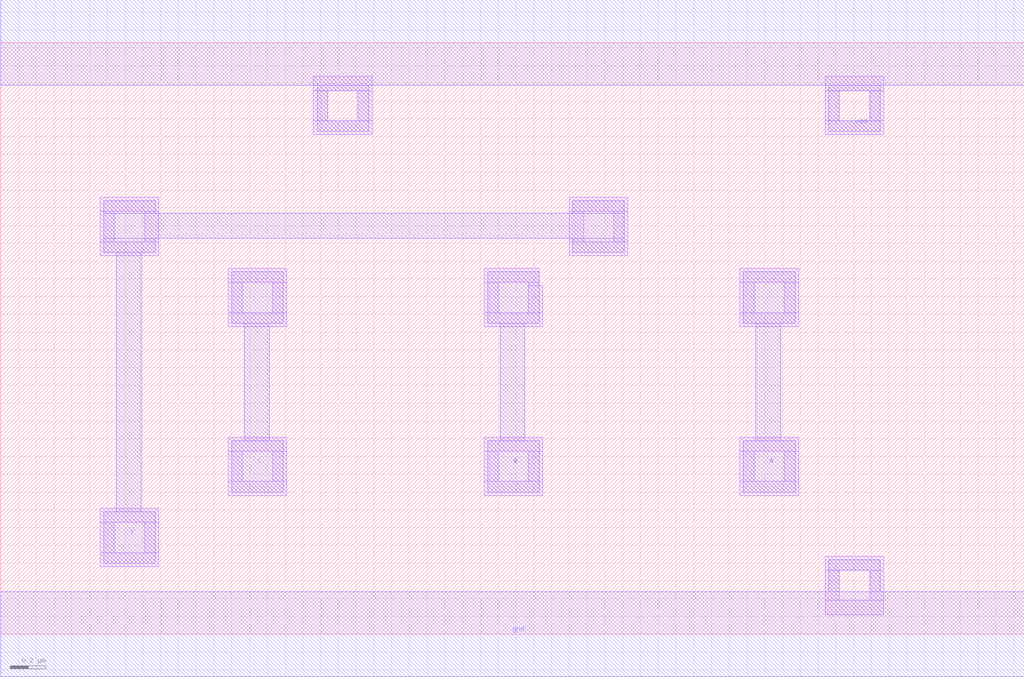
<source format=lef>
VERSION 5.7 ;
  NOWIREEXTENSIONATPIN ON ;
  DIVIDERCHAR "/" ;
  BUSBITCHARS "[]" ;
MACRO NAND3X1
  CLASS CORE ;
  FOREIGN NAND3X1 ;
  ORIGIN 0.000 0.000 ;
  SIZE 5.760 BY 3.330 ;
  SYMMETRY X Y R90 ;
  SITE unit ;
  PIN vdd
    DIRECTION INOUT ;
    USE POWER ;
    SHAPE ABUTMENT ;
    PORT
      LAYER met1 ;
        RECT 0.000 3.090 5.760 3.570 ;
        RECT 1.780 3.060 2.070 3.090 ;
        RECT 1.780 2.890 1.840 3.060 ;
        RECT 2.010 2.890 2.070 3.060 ;
        RECT 1.780 2.830 2.070 2.890 ;
        RECT 4.660 3.060 4.950 3.090 ;
        RECT 4.660 2.890 4.720 3.060 ;
        RECT 4.890 2.890 4.950 3.060 ;
        RECT 4.660 2.830 4.950 2.890 ;
    END
  END vdd
  PIN gnd
    DIRECTION INOUT ;
    USE GROUND ;
    SHAPE ABUTMENT ;
    PORT
      LAYER met1 ;
        RECT 4.660 0.360 4.950 0.420 ;
        RECT 4.660 0.240 4.720 0.360 ;
        RECT 4.890 0.240 4.950 0.360 ;
        RECT 0.000 -0.240 5.760 0.240 ;
    END
  END gnd
  PIN Y
    DIRECTION INOUT ;
    USE SIGNAL ;
    SHAPE ABUTMENT ;
    PORT
      LAYER met1 ;
        RECT 0.580 2.370 0.870 2.440 ;
        RECT 3.220 2.370 3.510 2.440 ;
        RECT 0.580 2.230 3.510 2.370 ;
        RECT 0.580 2.150 0.870 2.230 ;
        RECT 3.220 2.150 3.510 2.230 ;
        RECT 0.650 0.690 0.790 2.150 ;
        RECT 0.580 0.400 0.870 0.690 ;
    END
  END Y
  PIN A
    DIRECTION INOUT ;
    USE SIGNAL ;
    SHAPE ABUTMENT ;
    PORT
      LAYER met1 ;
        RECT 4.180 1.750 4.470 2.040 ;
        RECT 4.250 1.090 4.390 1.750 ;
        RECT 4.180 0.800 4.470 1.090 ;
    END
  END A
  PIN C
    DIRECTION INOUT ;
    USE SIGNAL ;
    SHAPE ABUTMENT ;
    PORT
      LAYER met1 ;
        RECT 1.300 1.750 1.590 2.040 ;
        RECT 1.370 1.090 1.510 1.750 ;
        RECT 1.300 0.800 1.590 1.090 ;
    END
  END C
  PIN B
    DIRECTION INOUT ;
    USE SIGNAL ;
    SHAPE ABUTMENT ;
    PORT
      LAYER met1 ;
        RECT 2.740 1.750 3.030 2.040 ;
        RECT 2.810 1.090 2.950 1.750 ;
        RECT 2.740 0.800 3.030 1.090 ;
    END
  END B
  OBS
      LAYER li1 ;
        RECT 1.760 3.060 2.090 3.140 ;
        RECT 1.760 2.890 1.840 3.060 ;
        RECT 2.010 2.890 2.090 3.060 ;
        RECT 1.760 2.810 2.090 2.890 ;
        RECT 4.640 3.060 4.970 3.140 ;
        RECT 4.640 2.890 4.720 3.060 ;
        RECT 4.890 2.890 4.970 3.060 ;
        RECT 4.640 2.810 4.970 2.890 ;
        RECT 0.560 2.380 0.890 2.460 ;
        RECT 0.560 2.210 0.640 2.380 ;
        RECT 0.810 2.210 0.890 2.380 ;
        RECT 0.560 2.130 0.890 2.210 ;
        RECT 3.200 2.380 3.530 2.460 ;
        RECT 3.200 2.210 3.280 2.380 ;
        RECT 3.450 2.210 3.530 2.380 ;
        RECT 3.200 2.130 3.530 2.210 ;
        RECT 1.280 1.980 1.610 2.060 ;
        RECT 1.280 1.810 1.360 1.980 ;
        RECT 1.530 1.810 1.610 1.980 ;
        RECT 1.280 1.730 1.610 1.810 ;
        RECT 2.720 1.980 3.030 2.060 ;
        RECT 2.720 1.810 2.800 1.980 ;
        RECT 2.970 1.960 3.030 1.980 ;
        RECT 4.160 1.980 4.490 2.060 ;
        RECT 2.970 1.810 3.050 1.960 ;
        RECT 2.720 1.730 3.050 1.810 ;
        RECT 4.160 1.810 4.240 1.980 ;
        RECT 4.410 1.810 4.490 1.980 ;
        RECT 4.160 1.730 4.490 1.810 ;
        RECT 1.280 1.030 1.610 1.110 ;
        RECT 1.280 0.860 1.360 1.030 ;
        RECT 1.530 0.860 1.610 1.030 ;
        RECT 1.280 0.780 1.610 0.860 ;
        RECT 2.720 1.030 3.050 1.110 ;
        RECT 2.720 0.860 2.800 1.030 ;
        RECT 2.970 0.860 3.050 1.030 ;
        RECT 2.720 0.780 3.050 0.860 ;
        RECT 4.160 1.030 4.490 1.110 ;
        RECT 4.160 0.860 4.240 1.030 ;
        RECT 4.410 0.860 4.490 1.030 ;
        RECT 4.160 0.780 4.490 0.860 ;
        RECT 0.560 0.630 0.890 0.710 ;
        RECT 0.560 0.460 0.640 0.630 ;
        RECT 0.810 0.460 0.890 0.630 ;
        RECT 0.560 0.380 0.890 0.460 ;
        RECT 4.640 0.360 4.970 0.440 ;
        RECT 4.640 0.190 4.720 0.360 ;
        RECT 4.890 0.190 4.970 0.360 ;
        RECT 4.640 0.110 4.970 0.190 ;
  END
END NAND3X1
END LIBRARY


</source>
